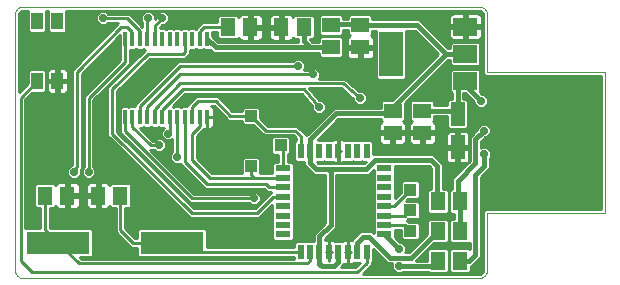
<source format=gbl>
G75*
G70*
%OFA0B0*%
%FSLAX24Y24*%
%IPPOS*%
%LPD*%
%AMOC8*
5,1,8,0,0,1.08239X$1,22.5*
%
%ADD10C,0.0000*%
%ADD11R,0.0220X0.0500*%
%ADD12R,0.0500X0.0220*%
%ADD13R,0.2100X0.0760*%
%ADD14R,0.0512X0.0591*%
%ADD15R,0.0591X0.0512*%
%ADD16R,0.0394X0.0571*%
%ADD17R,0.0120X0.0490*%
%ADD18R,0.0472X0.0787*%
%ADD19R,0.0787X0.0591*%
%ADD20R,0.0787X0.1496*%
%ADD21R,0.0394X0.0394*%
%ADD22C,0.0100*%
%ADD23OC8,0.0240*%
%ADD24C,0.0160*%
D10*
X000625Y000347D02*
X015816Y000347D01*
X015847Y000349D01*
X015878Y000354D01*
X015908Y000363D01*
X015937Y000375D01*
X015964Y000390D01*
X015989Y000408D01*
X016013Y000428D01*
X016033Y000452D01*
X016051Y000477D01*
X016066Y000504D01*
X016078Y000533D01*
X016087Y000563D01*
X016092Y000594D01*
X016094Y000625D01*
X016095Y000625D02*
X016095Y002512D01*
X020032Y002512D01*
X020032Y007237D01*
X016095Y007237D01*
X016095Y009124D01*
X016094Y009124D02*
X016092Y009155D01*
X016087Y009186D01*
X016078Y009216D01*
X016066Y009245D01*
X016051Y009272D01*
X016033Y009297D01*
X016013Y009321D01*
X015989Y009341D01*
X015964Y009359D01*
X015937Y009374D01*
X015908Y009386D01*
X015878Y009395D01*
X015847Y009400D01*
X015816Y009402D01*
X000625Y009402D01*
X000594Y009400D01*
X000563Y009395D01*
X000533Y009386D01*
X000504Y009374D01*
X000477Y009359D01*
X000452Y009341D01*
X000428Y009321D01*
X000408Y009297D01*
X000390Y009272D01*
X000375Y009245D01*
X000363Y009216D01*
X000354Y009186D01*
X000349Y009155D01*
X000347Y009124D01*
X000347Y000625D01*
X000349Y000594D01*
X000354Y000563D01*
X000363Y000533D01*
X000375Y000504D01*
X000390Y000477D01*
X000408Y000452D01*
X000428Y000428D01*
X000452Y000408D01*
X000477Y000390D01*
X000504Y000375D01*
X000533Y000363D01*
X000563Y000354D01*
X000594Y000349D01*
X000625Y000347D01*
D11*
X009874Y001216D03*
X010189Y001216D03*
X010504Y001216D03*
X010819Y001216D03*
X011134Y001216D03*
X011449Y001216D03*
X011764Y001216D03*
X012079Y001216D03*
X012079Y004596D03*
X011764Y004596D03*
X011449Y004596D03*
X011134Y004596D03*
X010819Y004596D03*
X010504Y004596D03*
X010189Y004596D03*
X009874Y004596D03*
D12*
X009287Y004008D03*
X009287Y003693D03*
X009287Y003378D03*
X009287Y003063D03*
X009287Y002748D03*
X009287Y002433D03*
X009287Y002119D03*
X009287Y001804D03*
X012667Y001804D03*
X012667Y002119D03*
X012667Y002433D03*
X012667Y002748D03*
X012667Y003063D03*
X012667Y003378D03*
X012667Y003693D03*
X012667Y004008D03*
D13*
X005593Y001528D03*
X001793Y001528D03*
D14*
X002099Y003103D03*
X001351Y003103D03*
X003122Y003103D03*
X003870Y003103D03*
X014441Y002906D03*
X015189Y002906D03*
X015189Y001922D03*
X014441Y001922D03*
X014441Y000937D03*
X015189Y000937D03*
X009973Y008713D03*
X009225Y008713D03*
X008201Y008713D03*
X007453Y008713D03*
D15*
X010878Y008792D03*
X011863Y008792D03*
X011863Y008044D03*
X010878Y008044D03*
X012945Y005937D03*
X013930Y005937D03*
X013930Y005189D03*
X012945Y005189D03*
D16*
X001764Y006922D03*
X001095Y006922D03*
X001095Y008930D03*
X001764Y008930D03*
D17*
X004012Y008320D03*
X004262Y008320D03*
X004512Y008320D03*
X004762Y008320D03*
X005012Y008320D03*
X005262Y008320D03*
X005512Y008320D03*
X005762Y008320D03*
X006012Y008320D03*
X006262Y008320D03*
X006512Y008320D03*
X006762Y008320D03*
X006762Y005720D03*
X006512Y005720D03*
X006262Y005720D03*
X006012Y005720D03*
X005762Y005720D03*
X005512Y005720D03*
X005262Y005720D03*
X005012Y005720D03*
X004762Y005720D03*
X004512Y005720D03*
X004262Y005720D03*
X004012Y005720D03*
D18*
X015111Y005819D03*
X015111Y004717D03*
D19*
X015367Y006922D03*
X015367Y007827D03*
X015367Y008733D03*
D20*
X012886Y007827D03*
D21*
X008221Y005760D03*
X009205Y004776D03*
X008221Y004087D03*
X013536Y003300D03*
X013536Y002611D03*
X013536Y001922D03*
D22*
X013339Y002119D01*
X012667Y002119D01*
X013027Y001959D02*
X013229Y001959D01*
X013229Y001679D01*
X013293Y001615D01*
X013778Y001615D01*
X013843Y001679D01*
X013843Y002164D01*
X013778Y002229D01*
X013455Y002229D01*
X013410Y002273D01*
X013425Y002273D01*
X013455Y002304D01*
X013778Y002304D01*
X013843Y002368D01*
X013843Y002853D01*
X013778Y002917D01*
X013380Y002917D01*
X013455Y002993D01*
X013778Y002993D01*
X013843Y003057D01*
X013843Y003542D01*
X013778Y003606D01*
X013293Y003606D01*
X013229Y003542D01*
X013229Y003219D01*
X013027Y003017D01*
X013027Y003219D01*
X013025Y003221D01*
X013027Y003223D01*
X013027Y003534D01*
X013025Y003536D01*
X013027Y003538D01*
X013027Y003849D01*
X013025Y003851D01*
X013027Y003853D01*
X013027Y004094D01*
X014146Y004094D01*
X014232Y004008D01*
X014232Y003311D01*
X014140Y003311D01*
X014075Y003247D01*
X014075Y002565D01*
X014140Y002501D01*
X014743Y002501D01*
X014807Y002565D01*
X014807Y003247D01*
X014743Y003311D01*
X014612Y003311D01*
X014612Y004166D01*
X014415Y004363D01*
X014304Y004474D01*
X012299Y004474D01*
X012299Y004891D01*
X012235Y004956D01*
X011924Y004956D01*
X011922Y004954D01*
X011920Y004956D01*
X011609Y004956D01*
X011607Y004954D01*
X011605Y004956D01*
X011346Y004956D01*
X011336Y004966D01*
X011302Y004986D01*
X011264Y004996D01*
X011139Y004996D01*
X011139Y004601D01*
X011129Y004601D01*
X011129Y004591D01*
X011039Y004591D01*
X011039Y004601D01*
X011129Y004601D01*
X011129Y004996D01*
X011005Y004996D01*
X010966Y004986D01*
X010932Y004966D01*
X010922Y004956D01*
X010664Y004956D01*
X010662Y004954D01*
X010660Y004956D01*
X010441Y004956D01*
X011134Y005649D01*
X012540Y005649D01*
X012540Y005636D01*
X012591Y005585D01*
X012558Y005565D01*
X012530Y005537D01*
X012510Y005503D01*
X012500Y005465D01*
X012500Y005239D01*
X012895Y005239D01*
X012895Y005139D01*
X012995Y005139D01*
X012995Y004783D01*
X013260Y004783D01*
X013298Y004794D01*
X013333Y004813D01*
X013361Y004841D01*
X013380Y004876D01*
X013391Y004914D01*
X013391Y005139D01*
X012995Y005139D01*
X012995Y005239D01*
X013391Y005239D01*
X013391Y005465D01*
X013380Y005503D01*
X013361Y005537D01*
X013333Y005565D01*
X013299Y005585D01*
X013351Y005636D01*
X013351Y006192D01*
X014796Y007637D01*
X014863Y007637D01*
X014863Y007486D01*
X014927Y007422D01*
X015806Y007422D01*
X015870Y007486D01*
X015870Y008168D01*
X015806Y008232D01*
X014927Y008232D01*
X014863Y008168D01*
X014863Y008017D01*
X014796Y008017D01*
X013942Y008870D01*
X013831Y008982D01*
X012268Y008982D01*
X012268Y009093D01*
X012203Y009158D01*
X011522Y009158D01*
X011457Y009093D01*
X011457Y009001D01*
X011284Y009001D01*
X011284Y009093D01*
X011219Y009158D01*
X010538Y009158D01*
X010473Y009093D01*
X010473Y008490D01*
X010538Y008426D01*
X010793Y008426D01*
X010756Y008410D01*
X010538Y008410D01*
X010473Y008345D01*
X010473Y008234D01*
X010268Y008234D01*
X010194Y008308D01*
X010274Y008308D01*
X010339Y008372D01*
X010339Y009054D01*
X010274Y009118D01*
X009671Y009118D01*
X009620Y009067D01*
X009601Y009100D01*
X009573Y009128D01*
X009539Y009148D01*
X009500Y009158D01*
X009275Y009158D01*
X009275Y008763D01*
X009175Y008763D01*
X009175Y009158D01*
X008949Y009158D01*
X008911Y009148D01*
X008877Y009128D01*
X008849Y009100D01*
X008829Y009066D01*
X008819Y009028D01*
X008819Y008763D01*
X009175Y008763D01*
X009175Y008663D01*
X009275Y008663D01*
X009275Y008268D01*
X009500Y008268D01*
X009539Y008278D01*
X009573Y008298D01*
X009601Y008326D01*
X009620Y008359D01*
X009671Y008308D01*
X009783Y008308D01*
X009783Y008234D01*
X007117Y008234D01*
X006932Y008418D01*
X006932Y008553D01*
X007087Y008553D01*
X007087Y008372D01*
X007152Y008308D01*
X007755Y008308D01*
X007806Y008359D01*
X007825Y008326D01*
X007853Y008298D01*
X007887Y008278D01*
X007926Y008268D01*
X008151Y008268D01*
X008151Y008663D01*
X008251Y008663D01*
X008251Y008268D01*
X008477Y008268D01*
X008515Y008278D01*
X008549Y008298D01*
X008577Y008326D01*
X008597Y008360D01*
X008607Y008398D01*
X008607Y008663D01*
X008251Y008663D01*
X008251Y008763D01*
X008151Y008763D01*
X008151Y009158D01*
X007926Y009158D01*
X007887Y009148D01*
X007853Y009128D01*
X007825Y009100D01*
X007806Y009067D01*
X007755Y009118D01*
X007152Y009118D01*
X007087Y009054D01*
X007087Y008873D01*
X006580Y008873D01*
X006486Y008779D01*
X006374Y008668D01*
X006367Y008675D01*
X006156Y008675D01*
X006137Y008655D01*
X006117Y008675D01*
X005906Y008675D01*
X005887Y008655D01*
X005867Y008675D01*
X005656Y008675D01*
X005637Y008655D01*
X005617Y008675D01*
X005406Y008675D01*
X005387Y008655D01*
X005367Y008675D01*
X005172Y008675D01*
X005172Y008686D01*
X005264Y008778D01*
X005363Y008778D01*
X005498Y008913D01*
X005498Y009104D01*
X005363Y009238D01*
X005173Y009238D01*
X005038Y009104D01*
X005038Y009005D01*
X005006Y008972D01*
X005006Y009104D01*
X004871Y009238D01*
X004681Y009238D01*
X004546Y009104D01*
X004546Y008913D01*
X004602Y008857D01*
X004602Y008720D01*
X004247Y009075D01*
X004153Y009168D01*
X003465Y009168D01*
X003395Y009238D01*
X003204Y009238D01*
X003070Y009104D01*
X003070Y008913D01*
X003204Y008778D01*
X003395Y008778D01*
X003465Y008848D01*
X003799Y008848D01*
X002348Y007397D01*
X002254Y007303D01*
X002254Y004125D01*
X002251Y004120D01*
X002220Y004120D01*
X002085Y003985D01*
X002085Y003795D01*
X002220Y003660D01*
X002411Y003660D01*
X002545Y003795D01*
X002545Y003985D01*
X002543Y003988D01*
X002545Y003992D01*
X002574Y004021D01*
X002574Y004049D01*
X002587Y004075D01*
X002574Y004113D01*
X002574Y007170D01*
X003842Y008438D01*
X003842Y008029D01*
X003852Y008019D01*
X003852Y007621D01*
X002741Y006511D01*
X002647Y006417D01*
X002647Y004055D01*
X002577Y003985D01*
X002577Y003795D01*
X002712Y003660D01*
X002903Y003660D01*
X003037Y003795D01*
X003037Y003985D01*
X002967Y004055D01*
X002967Y006285D01*
X004078Y007395D01*
X004172Y007489D01*
X004172Y007965D01*
X004367Y007965D01*
X004387Y007984D01*
X004406Y007965D01*
X004617Y007965D01*
X004637Y007984D01*
X004656Y007965D01*
X004687Y007965D01*
X004616Y007893D01*
X003435Y006712D01*
X003435Y005103D01*
X003529Y005010D01*
X006092Y002446D01*
X006186Y002352D01*
X008484Y002352D01*
X008927Y002795D01*
X008927Y002593D01*
X008929Y002591D01*
X008927Y002589D01*
X008927Y002278D01*
X008929Y002276D01*
X008927Y002274D01*
X008927Y001963D01*
X008929Y001961D01*
X008927Y001959D01*
X008927Y001648D01*
X008991Y001584D01*
X009582Y001584D01*
X009647Y001648D01*
X009647Y001959D01*
X009645Y001961D01*
X009647Y001963D01*
X009647Y002274D01*
X009645Y002276D01*
X009647Y002278D01*
X009647Y002589D01*
X009645Y002591D01*
X009647Y002593D01*
X009647Y002904D01*
X009645Y002906D01*
X009647Y002908D01*
X010688Y002908D01*
X010688Y003006D02*
X009647Y003006D01*
X009647Y002908D02*
X009647Y003219D01*
X009645Y003221D01*
X009647Y003223D01*
X009647Y003534D01*
X009645Y003536D01*
X009647Y003538D01*
X009647Y003849D01*
X009645Y003851D01*
X009647Y003853D01*
X009647Y004164D01*
X009582Y004228D01*
X009447Y004228D01*
X009447Y004469D01*
X009448Y004469D01*
X009512Y004534D01*
X009512Y005018D01*
X009448Y005083D01*
X008963Y005083D01*
X008898Y005018D01*
X008898Y004534D01*
X008963Y004469D01*
X009127Y004469D01*
X009127Y004228D01*
X008991Y004228D01*
X008927Y004164D01*
X008927Y003853D01*
X008528Y003853D01*
X008528Y004329D01*
X008463Y004394D01*
X007978Y004394D01*
X007914Y004329D01*
X007914Y003853D01*
X006909Y003853D01*
X006412Y004350D01*
X006412Y005103D01*
X006644Y005335D01*
X006682Y005325D01*
X006762Y005325D01*
X006842Y005325D01*
X006880Y005335D01*
X006914Y005355D01*
X006942Y005383D01*
X006962Y005417D01*
X006972Y005455D01*
X006972Y005720D01*
X006972Y005985D01*
X006962Y006023D01*
X006942Y006057D01*
X006914Y006085D01*
X006901Y006092D01*
X006973Y006092D01*
X007372Y005694D01*
X007466Y005600D01*
X007914Y005600D01*
X007914Y005518D01*
X007978Y005453D01*
X008301Y005453D01*
X008647Y005108D01*
X009631Y005108D01*
X009734Y005005D01*
X009734Y004956D01*
X009719Y004956D01*
X009654Y004891D01*
X009654Y004300D01*
X009719Y004236D01*
X009999Y004236D01*
X009999Y004107D01*
X010196Y003910D01*
X010308Y003799D01*
X010688Y003799D01*
X010688Y002197D01*
X010426Y001934D01*
X010426Y001934D01*
X010314Y001823D01*
X010314Y001576D01*
X010034Y001576D01*
X010032Y001574D01*
X010030Y001576D01*
X009719Y001576D01*
X009654Y001511D01*
X009654Y001376D01*
X006753Y001376D01*
X006753Y001954D01*
X006689Y002018D01*
X004498Y002018D01*
X004433Y001954D01*
X004433Y001688D01*
X004350Y001688D01*
X004030Y002008D01*
X004030Y002697D01*
X004172Y002697D01*
X004236Y002762D01*
X004236Y003444D01*
X004172Y003508D01*
X003569Y003508D01*
X003518Y003457D01*
X003498Y003490D01*
X003470Y003518D01*
X003436Y003538D01*
X003398Y003548D01*
X003172Y003548D01*
X003172Y003153D01*
X003072Y003153D01*
X003072Y003053D01*
X002717Y003053D01*
X002717Y002788D01*
X002727Y002750D01*
X002747Y002715D01*
X002774Y002687D01*
X002809Y002668D01*
X002847Y002657D01*
X003072Y002657D01*
X003072Y003053D01*
X003172Y003053D01*
X003172Y002657D01*
X003398Y002657D01*
X003436Y002668D01*
X003470Y002687D01*
X003498Y002715D01*
X003518Y002749D01*
X003569Y002697D01*
X003710Y002697D01*
X003710Y001875D01*
X004124Y001462D01*
X004218Y001368D01*
X004433Y001368D01*
X004433Y001102D01*
X004498Y001038D01*
X006689Y001038D01*
X006707Y001056D01*
X009654Y001056D01*
X009654Y000999D01*
X002549Y000999D01*
X002510Y001038D01*
X002889Y001038D01*
X002953Y001102D01*
X002953Y001954D01*
X002889Y002018D01*
X001530Y002018D01*
X001511Y002037D01*
X001511Y002697D01*
X001652Y002697D01*
X001704Y002749D01*
X001723Y002715D01*
X001751Y002687D01*
X001785Y002668D01*
X001823Y002657D01*
X002049Y002657D01*
X002049Y003053D01*
X002149Y003053D01*
X002149Y003153D01*
X002049Y003153D01*
X002049Y003548D01*
X001823Y003548D01*
X001785Y003538D01*
X001751Y003518D01*
X001723Y003490D01*
X001704Y003457D01*
X001652Y003508D01*
X001049Y003508D01*
X000985Y003444D01*
X000985Y002762D01*
X001049Y002697D01*
X001191Y002697D01*
X001191Y002018D01*
X000704Y002018D01*
X000704Y006304D01*
X000926Y006526D01*
X001337Y006526D01*
X001402Y006591D01*
X001402Y007253D01*
X001337Y007317D01*
X000852Y007317D01*
X000788Y007253D01*
X000788Y006841D01*
X000497Y006550D01*
X000497Y009124D01*
X000501Y009157D01*
X000534Y009214D01*
X000592Y009248D01*
X000625Y009252D01*
X000788Y009252D01*
X000788Y008599D01*
X000852Y008534D01*
X001337Y008534D01*
X001402Y008599D01*
X001402Y009252D01*
X001457Y009252D01*
X001457Y008599D01*
X001522Y008534D01*
X002007Y008534D01*
X002071Y008599D01*
X002071Y009252D01*
X015816Y009252D01*
X015850Y009248D01*
X015907Y009214D01*
X015941Y009157D01*
X015945Y009124D01*
X015945Y007174D01*
X016033Y007087D01*
X019882Y007087D01*
X019882Y002662D01*
X016033Y002662D01*
X015945Y002574D01*
X015945Y000625D01*
X015941Y000592D01*
X015907Y000534D01*
X015850Y000501D01*
X015816Y000497D01*
X011944Y000497D01*
X012145Y000699D01*
X012239Y000792D01*
X012239Y000860D01*
X012299Y000920D01*
X012299Y001315D01*
X012768Y000846D01*
X012922Y000846D01*
X012912Y000836D01*
X012912Y000645D01*
X013047Y000511D01*
X013237Y000511D01*
X013277Y000551D01*
X014121Y000551D01*
X014140Y000532D01*
X014743Y000532D01*
X014807Y000597D01*
X014807Y001278D01*
X014743Y001343D01*
X014140Y001343D01*
X014075Y001278D01*
X014075Y000931D01*
X013719Y000931D01*
X013746Y000957D01*
X013746Y000957D01*
X014305Y001516D01*
X014743Y001516D01*
X014807Y001581D01*
X014807Y002262D01*
X014743Y002327D01*
X014140Y002327D01*
X014075Y002262D01*
X014075Y001824D01*
X013843Y001824D01*
X013843Y001726D02*
X013977Y001726D01*
X014075Y001824D02*
X013477Y001226D01*
X013362Y001226D01*
X013372Y001236D01*
X013372Y001426D01*
X013237Y001561D01*
X013181Y001561D01*
X013027Y001715D01*
X013027Y001959D01*
X013027Y001923D02*
X013229Y001923D01*
X013229Y001824D02*
X013027Y001824D01*
X013027Y001726D02*
X013229Y001726D01*
X013281Y001627D02*
X013115Y001627D01*
X013270Y001529D02*
X013780Y001529D01*
X013791Y001627D02*
X013878Y001627D01*
X013681Y001430D02*
X013368Y001430D01*
X013372Y001332D02*
X013583Y001332D01*
X013484Y001233D02*
X013370Y001233D01*
X013825Y001036D02*
X014075Y001036D01*
X014075Y000938D02*
X013726Y000938D01*
X013923Y001135D02*
X014075Y001135D01*
X014075Y001233D02*
X014022Y001233D01*
X014120Y001332D02*
X014129Y001332D01*
X014219Y001430D02*
X015511Y001430D01*
X015491Y001516D02*
X015511Y001537D01*
X015511Y001322D01*
X015491Y001343D01*
X014888Y001343D01*
X014823Y001278D01*
X014823Y000597D01*
X014888Y000532D01*
X015491Y000532D01*
X015555Y000597D01*
X015555Y000747D01*
X015583Y000747D01*
X015694Y000859D01*
X015891Y001056D01*
X015891Y003713D01*
X016186Y004008D01*
X016186Y004345D01*
X016226Y004385D01*
X019882Y004385D01*
X019882Y004287D02*
X016186Y004287D01*
X016186Y004188D02*
X019882Y004188D01*
X019882Y004090D02*
X016186Y004090D01*
X016170Y003991D02*
X019882Y003991D01*
X019882Y003893D02*
X016071Y003893D01*
X015973Y003794D02*
X019882Y003794D01*
X019882Y003696D02*
X015891Y003696D01*
X015891Y003597D02*
X019882Y003597D01*
X019882Y003499D02*
X015891Y003499D01*
X015891Y003400D02*
X019882Y003400D01*
X019882Y003302D02*
X015891Y003302D01*
X015891Y003203D02*
X019882Y003203D01*
X019882Y003105D02*
X015891Y003105D01*
X015891Y003006D02*
X019882Y003006D01*
X019882Y002908D02*
X015891Y002908D01*
X015891Y002809D02*
X019882Y002809D01*
X019882Y002711D02*
X015891Y002711D01*
X015891Y002612D02*
X015983Y002612D01*
X015945Y002514D02*
X015891Y002514D01*
X015891Y002415D02*
X015945Y002415D01*
X015945Y002317D02*
X015891Y002317D01*
X015891Y002218D02*
X015945Y002218D01*
X015945Y002120D02*
X015891Y002120D01*
X015891Y002021D02*
X015945Y002021D01*
X015945Y001923D02*
X015891Y001923D01*
X015891Y001824D02*
X015945Y001824D01*
X015945Y001726D02*
X015891Y001726D01*
X015891Y001627D02*
X015945Y001627D01*
X015945Y001529D02*
X015891Y001529D01*
X015891Y001430D02*
X015945Y001430D01*
X015945Y001332D02*
X015891Y001332D01*
X015891Y001233D02*
X015945Y001233D01*
X015945Y001135D02*
X015891Y001135D01*
X015872Y001036D02*
X015945Y001036D01*
X015945Y000938D02*
X015773Y000938D01*
X015675Y000839D02*
X015945Y000839D01*
X015945Y000741D02*
X015555Y000741D01*
X015555Y000642D02*
X015945Y000642D01*
X015913Y000544D02*
X015503Y000544D01*
X014876Y000544D02*
X014755Y000544D01*
X014807Y000642D02*
X014823Y000642D01*
X014823Y000741D02*
X014807Y000741D01*
X014807Y000839D02*
X014823Y000839D01*
X014823Y000938D02*
X014807Y000938D01*
X014807Y001036D02*
X014823Y001036D01*
X014823Y001135D02*
X014807Y001135D01*
X014807Y001233D02*
X014823Y001233D01*
X014877Y001332D02*
X014754Y001332D01*
X014755Y001529D02*
X014875Y001529D01*
X014888Y001516D02*
X014823Y001581D01*
X014823Y002262D01*
X014888Y002327D01*
X014999Y002327D01*
X014999Y002501D01*
X014888Y002501D01*
X014823Y002565D01*
X014823Y003247D01*
X014888Y003311D01*
X014921Y003311D01*
X014921Y003674D01*
X015032Y003785D01*
X015511Y004264D01*
X015511Y005052D01*
X015622Y005163D01*
X015766Y005307D01*
X015766Y005363D01*
X015901Y005498D01*
X016092Y005498D01*
X016226Y005363D01*
X016226Y005173D01*
X016092Y005038D01*
X016035Y005038D01*
X015891Y004894D01*
X015891Y004701D01*
X015901Y004711D01*
X016092Y004711D01*
X016226Y004576D01*
X016226Y004385D01*
X016226Y004484D02*
X019882Y004484D01*
X019882Y004582D02*
X016220Y004582D01*
X016122Y004681D02*
X019882Y004681D01*
X019882Y004779D02*
X015891Y004779D01*
X015891Y004878D02*
X019882Y004878D01*
X019882Y004976D02*
X015973Y004976D01*
X016128Y005075D02*
X019882Y005075D01*
X019882Y005173D02*
X016226Y005173D01*
X016226Y005272D02*
X019882Y005272D01*
X019882Y005370D02*
X016219Y005370D01*
X016121Y005469D02*
X019882Y005469D01*
X019882Y005567D02*
X015457Y005567D01*
X015457Y005469D02*
X015872Y005469D01*
X015773Y005370D02*
X015447Y005370D01*
X015457Y005380D02*
X015457Y006259D01*
X015392Y006323D01*
X015301Y006323D01*
X015301Y006516D01*
X015365Y006516D01*
X015668Y006214D01*
X015668Y006157D01*
X015803Y006022D01*
X015993Y006022D01*
X016128Y006157D01*
X016128Y006348D01*
X015993Y006482D01*
X015937Y006482D01*
X015854Y006565D01*
X015870Y006581D01*
X015870Y007262D01*
X015806Y007327D01*
X014927Y007327D01*
X014863Y007262D01*
X014863Y006581D01*
X014921Y006523D01*
X014921Y006323D01*
X014829Y006323D01*
X014764Y006259D01*
X014764Y006127D01*
X014335Y006127D01*
X014335Y006239D01*
X014270Y006303D01*
X013589Y006303D01*
X013524Y006239D01*
X013524Y005636D01*
X013576Y005585D01*
X013542Y005565D01*
X013514Y005537D01*
X013494Y005503D01*
X013484Y005465D01*
X013484Y005239D01*
X013880Y005239D01*
X013880Y005139D01*
X013980Y005139D01*
X013980Y005239D01*
X014375Y005239D01*
X014375Y005465D01*
X014365Y005503D01*
X014345Y005537D01*
X014317Y005565D01*
X014283Y005585D01*
X014335Y005636D01*
X014335Y005747D01*
X014764Y005747D01*
X014764Y005380D01*
X014829Y005316D01*
X015392Y005316D01*
X015457Y005380D01*
X015405Y005250D02*
X015367Y005261D01*
X015161Y005261D01*
X015161Y004767D01*
X015497Y004767D01*
X015497Y005130D01*
X015487Y005169D01*
X015467Y005203D01*
X015439Y005231D01*
X015405Y005250D01*
X015484Y005173D02*
X015633Y005173D01*
X015535Y005075D02*
X015497Y005075D01*
X015497Y004976D02*
X015511Y004976D01*
X015497Y004878D02*
X015511Y004878D01*
X015497Y004779D02*
X015511Y004779D01*
X015511Y004681D02*
X015161Y004681D01*
X015161Y004667D02*
X015161Y004767D01*
X015061Y004767D01*
X015061Y005261D01*
X014855Y005261D01*
X014817Y005250D01*
X014782Y005231D01*
X014754Y005203D01*
X014735Y005169D01*
X014724Y005130D01*
X014724Y004767D01*
X015061Y004767D01*
X015061Y004667D01*
X015161Y004667D01*
X015497Y004667D01*
X015497Y004303D01*
X015487Y004265D01*
X015467Y004231D01*
X015439Y004203D01*
X015405Y004183D01*
X015367Y004173D01*
X015161Y004173D01*
X015161Y004667D01*
X015161Y004582D02*
X015061Y004582D01*
X015061Y004667D02*
X015061Y004173D01*
X014855Y004173D01*
X014817Y004183D01*
X014782Y004203D01*
X014754Y004231D01*
X014735Y004265D01*
X014724Y004303D01*
X014724Y004667D01*
X015061Y004667D01*
X015061Y004681D02*
X012299Y004681D01*
X012299Y004779D02*
X014724Y004779D01*
X014724Y004878D02*
X014365Y004878D01*
X014365Y004876D02*
X014375Y004914D01*
X014375Y005139D01*
X013980Y005139D01*
X013980Y004783D01*
X014245Y004783D01*
X014283Y004794D01*
X014317Y004813D01*
X014345Y004841D01*
X014365Y004876D01*
X014375Y004976D02*
X014724Y004976D01*
X014724Y005075D02*
X014375Y005075D01*
X014375Y005272D02*
X015732Y005272D01*
X015161Y005173D02*
X015061Y005173D01*
X015061Y005075D02*
X015161Y005075D01*
X015161Y004976D02*
X015061Y004976D01*
X015061Y004878D02*
X015161Y004878D01*
X015161Y004779D02*
X015061Y004779D01*
X014724Y004582D02*
X012299Y004582D01*
X012299Y004484D02*
X014724Y004484D01*
X014724Y004385D02*
X014392Y004385D01*
X014490Y004287D02*
X014729Y004287D01*
X014808Y004188D02*
X014589Y004188D01*
X014612Y004090D02*
X015337Y004090D01*
X015413Y004188D02*
X015435Y004188D01*
X015492Y004287D02*
X015511Y004287D01*
X015497Y004385D02*
X015511Y004385D01*
X015497Y004484D02*
X015511Y004484D01*
X015497Y004582D02*
X015511Y004582D01*
X015161Y004484D02*
X015061Y004484D01*
X015061Y004385D02*
X015161Y004385D01*
X015161Y004287D02*
X015061Y004287D01*
X015061Y004188D02*
X015161Y004188D01*
X015238Y003991D02*
X014612Y003991D01*
X014612Y003893D02*
X015140Y003893D01*
X015041Y003794D02*
X014612Y003794D01*
X014612Y003696D02*
X014943Y003696D01*
X014921Y003597D02*
X014612Y003597D01*
X014612Y003499D02*
X014921Y003499D01*
X014921Y003400D02*
X014612Y003400D01*
X014752Y003302D02*
X014879Y003302D01*
X014823Y003203D02*
X014807Y003203D01*
X014807Y003105D02*
X014823Y003105D01*
X014823Y003006D02*
X014807Y003006D01*
X014807Y002908D02*
X014823Y002908D01*
X014823Y002809D02*
X014807Y002809D01*
X014807Y002711D02*
X014823Y002711D01*
X014823Y002612D02*
X014807Y002612D01*
X014756Y002514D02*
X014875Y002514D01*
X014999Y002415D02*
X013843Y002415D01*
X013843Y002514D02*
X014127Y002514D01*
X014075Y002612D02*
X013843Y002612D01*
X013843Y002711D02*
X014075Y002711D01*
X014075Y002809D02*
X013843Y002809D01*
X013788Y002908D02*
X014075Y002908D01*
X014075Y003006D02*
X013792Y003006D01*
X013843Y003105D02*
X014075Y003105D01*
X014075Y003203D02*
X013843Y003203D01*
X013843Y003302D02*
X014131Y003302D01*
X014232Y003400D02*
X013843Y003400D01*
X013843Y003499D02*
X014232Y003499D01*
X014232Y003597D02*
X013787Y003597D01*
X014232Y003696D02*
X013027Y003696D01*
X013027Y003794D02*
X014232Y003794D01*
X014232Y003893D02*
X013027Y003893D01*
X013027Y003991D02*
X014232Y003991D01*
X014150Y004090D02*
X013027Y004090D01*
X012307Y003967D02*
X012307Y003853D01*
X012309Y003851D01*
X012307Y003849D01*
X012307Y003538D01*
X012309Y003536D01*
X012307Y003534D01*
X012307Y003223D01*
X012309Y003221D01*
X012307Y003219D01*
X012307Y002908D01*
X011068Y002908D01*
X011068Y003006D02*
X012307Y003006D01*
X012307Y002908D02*
X012309Y002906D01*
X012307Y002904D01*
X012307Y002593D01*
X012309Y002591D01*
X012307Y002589D01*
X012307Y002278D01*
X012309Y002276D01*
X012307Y002274D01*
X012307Y001963D01*
X012309Y001961D01*
X012307Y001959D01*
X012307Y001845D01*
X012237Y001915D01*
X011882Y001915D01*
X011771Y001804D01*
X011771Y001804D01*
X011582Y001615D01*
X011579Y001616D01*
X011454Y001616D01*
X011454Y001221D01*
X011444Y001221D01*
X011354Y001221D01*
X011354Y001211D01*
X011444Y001211D01*
X011444Y001221D01*
X011444Y001616D01*
X011319Y001616D01*
X011281Y001606D01*
X011247Y001586D01*
X011237Y001576D01*
X011031Y001576D01*
X011021Y001586D01*
X010987Y001606D01*
X010949Y001616D01*
X010824Y001616D01*
X010824Y001221D01*
X010814Y001221D01*
X010724Y001221D01*
X010724Y001211D01*
X010814Y001211D01*
X010814Y001221D01*
X010814Y001616D01*
X010694Y001616D01*
X010694Y001666D01*
X010957Y001929D01*
X010957Y001929D01*
X011068Y002040D01*
X011068Y003799D01*
X012138Y003799D01*
X012307Y003967D01*
X012307Y003893D02*
X012232Y003893D01*
X012307Y003794D02*
X011068Y003794D01*
X011068Y003696D02*
X012307Y003696D01*
X012307Y003597D02*
X011068Y003597D01*
X011068Y003499D02*
X012307Y003499D01*
X012307Y003400D02*
X011068Y003400D01*
X011068Y003302D02*
X012307Y003302D01*
X012307Y003203D02*
X011068Y003203D01*
X011068Y003105D02*
X012307Y003105D01*
X012307Y002809D02*
X011068Y002809D01*
X011068Y002711D02*
X012307Y002711D01*
X012307Y002612D02*
X011068Y002612D01*
X011068Y002514D02*
X012307Y002514D01*
X012307Y002415D02*
X011068Y002415D01*
X011068Y002317D02*
X012307Y002317D01*
X012307Y002218D02*
X011068Y002218D01*
X011068Y002120D02*
X012307Y002120D01*
X012307Y002021D02*
X011050Y002021D01*
X010951Y001923D02*
X012307Y001923D01*
X011792Y001824D02*
X010853Y001824D01*
X010754Y001726D02*
X011693Y001726D01*
X011595Y001627D02*
X010694Y001627D01*
X010814Y001529D02*
X010824Y001529D01*
X010814Y001430D02*
X010824Y001430D01*
X010814Y001332D02*
X010824Y001332D01*
X010814Y001233D02*
X010824Y001233D01*
X010824Y001221D02*
X010914Y001221D01*
X010914Y001211D01*
X010824Y001211D01*
X010824Y000931D01*
X010814Y000931D01*
X010814Y001211D01*
X010824Y001211D01*
X010824Y001221D01*
X010814Y001135D02*
X010824Y001135D01*
X010814Y001036D02*
X010824Y001036D01*
X010814Y000938D02*
X010824Y000938D01*
X011209Y000704D02*
X011698Y000704D01*
X011850Y000856D01*
X011661Y000856D01*
X011651Y000846D01*
X011617Y000826D01*
X011579Y000816D01*
X011454Y000816D01*
X011454Y001211D01*
X011444Y001211D01*
X011444Y000816D01*
X011321Y000816D01*
X011209Y000704D01*
X011246Y000741D02*
X011735Y000741D01*
X011640Y000839D02*
X011834Y000839D01*
X012079Y000859D02*
X012079Y001216D01*
X012299Y001233D02*
X012381Y001233D01*
X012299Y001135D02*
X012479Y001135D01*
X012578Y001036D02*
X012299Y001036D01*
X012299Y000938D02*
X012676Y000938D01*
X012916Y000839D02*
X012239Y000839D01*
X012188Y000741D02*
X012912Y000741D01*
X012915Y000642D02*
X012089Y000642D01*
X011991Y000544D02*
X013014Y000544D01*
X013271Y000544D02*
X014128Y000544D01*
X015502Y001332D02*
X015511Y001332D01*
X015491Y001516D02*
X014888Y001516D01*
X014823Y001627D02*
X014807Y001627D01*
X014807Y001726D02*
X014823Y001726D01*
X014823Y001824D02*
X014807Y001824D01*
X014807Y001923D02*
X014823Y001923D01*
X014823Y002021D02*
X014807Y002021D01*
X014807Y002120D02*
X014823Y002120D01*
X014823Y002218D02*
X014807Y002218D01*
X014753Y002317D02*
X014878Y002317D01*
X014130Y002317D02*
X013791Y002317D01*
X013788Y002218D02*
X014075Y002218D01*
X014075Y002120D02*
X013843Y002120D01*
X013843Y002021D02*
X014075Y002021D01*
X014075Y001923D02*
X013843Y001923D01*
X013359Y002433D02*
X012667Y002433D01*
X013359Y002433D02*
X013536Y002611D01*
X012985Y002748D02*
X013536Y003300D01*
X013229Y003302D02*
X013027Y003302D01*
X013027Y003400D02*
X013229Y003400D01*
X013229Y003499D02*
X013027Y003499D01*
X013027Y003597D02*
X013284Y003597D01*
X013213Y003203D02*
X013027Y003203D01*
X013027Y003105D02*
X013115Y003105D01*
X012985Y002748D02*
X012667Y002748D01*
X010688Y002711D02*
X009647Y002711D01*
X009647Y002809D02*
X010688Y002809D01*
X010688Y002612D02*
X009647Y002612D01*
X009647Y002514D02*
X010688Y002514D01*
X010688Y002415D02*
X009647Y002415D01*
X009647Y002317D02*
X010688Y002317D01*
X010688Y002218D02*
X009647Y002218D01*
X009647Y002120D02*
X010611Y002120D01*
X010512Y002021D02*
X009647Y002021D01*
X009647Y001923D02*
X010414Y001923D01*
X010315Y001824D02*
X009647Y001824D01*
X009647Y001726D02*
X010314Y001726D01*
X010314Y001627D02*
X009626Y001627D01*
X009672Y001529D02*
X006753Y001529D01*
X006753Y001627D02*
X008947Y001627D01*
X008927Y001726D02*
X006753Y001726D01*
X006753Y001824D02*
X008927Y001824D01*
X008927Y001923D02*
X006753Y001923D01*
X006753Y001430D02*
X009654Y001430D01*
X009874Y001216D02*
X005905Y001216D01*
X005593Y001528D01*
X004284Y001528D01*
X003870Y001941D01*
X003870Y003103D01*
X004236Y003105D02*
X005433Y003105D01*
X005335Y003203D02*
X004236Y003203D01*
X004236Y003302D02*
X005236Y003302D01*
X005138Y003400D02*
X004236Y003400D01*
X004181Y003499D02*
X005039Y003499D01*
X004941Y003597D02*
X000704Y003597D01*
X000704Y003499D02*
X001040Y003499D01*
X000985Y003400D02*
X000704Y003400D01*
X000704Y003302D02*
X000985Y003302D01*
X000985Y003203D02*
X000704Y003203D01*
X000704Y003105D02*
X000985Y003105D01*
X000985Y003006D02*
X000704Y003006D01*
X000704Y002908D02*
X000985Y002908D01*
X000985Y002809D02*
X000704Y002809D01*
X000704Y002711D02*
X001036Y002711D01*
X001191Y002612D02*
X000704Y002612D01*
X000704Y002514D02*
X001191Y002514D01*
X001191Y002415D02*
X000704Y002415D01*
X000704Y002317D02*
X001191Y002317D01*
X001191Y002218D02*
X000704Y002218D01*
X000704Y002120D02*
X001191Y002120D01*
X001191Y002021D02*
X000704Y002021D01*
X001351Y001970D02*
X001351Y003103D01*
X001666Y002711D02*
X001727Y002711D01*
X001511Y002612D02*
X003710Y002612D01*
X003710Y002514D02*
X001511Y002514D01*
X001511Y002415D02*
X003710Y002415D01*
X003710Y002317D02*
X001511Y002317D01*
X001511Y002218D02*
X003710Y002218D01*
X003710Y002120D02*
X001511Y002120D01*
X001526Y002021D02*
X003710Y002021D01*
X003710Y001923D02*
X002953Y001923D01*
X002953Y001824D02*
X003761Y001824D01*
X003860Y001726D02*
X002953Y001726D01*
X002953Y001627D02*
X003958Y001627D01*
X004057Y001529D02*
X002953Y001529D01*
X002953Y001430D02*
X004155Y001430D01*
X004433Y001332D02*
X002953Y001332D01*
X002953Y001233D02*
X004433Y001233D01*
X004433Y001135D02*
X002953Y001135D01*
X002511Y001036D02*
X009654Y001036D01*
X010091Y000839D02*
X010189Y000937D01*
X010189Y001216D01*
X010091Y000839D02*
X002482Y000839D01*
X001793Y001528D01*
X001351Y001970D01*
X002049Y002711D02*
X002149Y002711D01*
X002149Y002657D02*
X002374Y002657D01*
X002413Y002668D01*
X002447Y002687D01*
X002475Y002715D01*
X002495Y002750D01*
X002505Y002788D01*
X002505Y003053D01*
X002149Y003053D01*
X002149Y002657D01*
X002149Y002809D02*
X002049Y002809D01*
X002049Y002908D02*
X002149Y002908D01*
X002149Y003006D02*
X002049Y003006D01*
X002149Y003105D02*
X003072Y003105D01*
X003072Y003153D02*
X002717Y003153D01*
X002717Y003418D01*
X002727Y003456D01*
X002747Y003490D01*
X002774Y003518D01*
X002809Y003538D01*
X002847Y003548D01*
X003072Y003548D01*
X003072Y003153D01*
X003072Y003203D02*
X003172Y003203D01*
X003172Y003302D02*
X003072Y003302D01*
X003072Y003400D02*
X003172Y003400D01*
X003172Y003499D02*
X003072Y003499D01*
X002938Y003696D02*
X004842Y003696D01*
X004744Y003794D02*
X003037Y003794D01*
X003037Y003893D02*
X004645Y003893D01*
X004547Y003991D02*
X003032Y003991D01*
X002967Y004090D02*
X004448Y004090D01*
X004350Y004188D02*
X002967Y004188D01*
X002967Y004287D02*
X004251Y004287D01*
X004153Y004385D02*
X002967Y004385D01*
X002967Y004484D02*
X004054Y004484D01*
X003956Y004582D02*
X002967Y004582D01*
X002967Y004681D02*
X003857Y004681D01*
X003759Y004779D02*
X002967Y004779D01*
X002967Y004878D02*
X003660Y004878D01*
X003562Y004976D02*
X002967Y004976D01*
X002967Y005075D02*
X003463Y005075D01*
X003435Y005173D02*
X002967Y005173D01*
X002967Y005272D02*
X003435Y005272D01*
X003435Y005370D02*
X002967Y005370D01*
X002967Y005469D02*
X003435Y005469D01*
X003435Y005567D02*
X002967Y005567D01*
X002967Y005666D02*
X003435Y005666D01*
X003435Y005764D02*
X002967Y005764D01*
X002967Y005863D02*
X003435Y005863D01*
X003435Y005961D02*
X002967Y005961D01*
X002967Y006060D02*
X003435Y006060D01*
X003435Y006158D02*
X002967Y006158D01*
X002967Y006257D02*
X003435Y006257D01*
X003435Y006355D02*
X003038Y006355D01*
X003137Y006454D02*
X003435Y006454D01*
X003435Y006552D02*
X003235Y006552D01*
X003334Y006651D02*
X003435Y006651D01*
X003432Y006749D02*
X003472Y006749D01*
X003531Y006848D02*
X003570Y006848D01*
X003629Y006946D02*
X003669Y006946D01*
X003728Y007045D02*
X003767Y007045D01*
X003826Y007143D02*
X003866Y007143D01*
X003925Y007242D02*
X003964Y007242D01*
X004023Y007340D02*
X004063Y007340D01*
X004122Y007439D02*
X004161Y007439D01*
X004172Y007537D02*
X004260Y007537D01*
X004172Y007636D02*
X004358Y007636D01*
X004457Y007734D02*
X004172Y007734D01*
X004172Y007833D02*
X004555Y007833D01*
X004654Y007931D02*
X004172Y007931D01*
X003852Y007931D02*
X003335Y007931D01*
X003236Y007833D02*
X003852Y007833D01*
X003852Y007734D02*
X003138Y007734D01*
X003039Y007636D02*
X003852Y007636D01*
X003768Y007537D02*
X002941Y007537D01*
X002842Y007439D02*
X003669Y007439D01*
X003571Y007340D02*
X002744Y007340D01*
X002645Y007242D02*
X003472Y007242D01*
X003374Y007143D02*
X002574Y007143D01*
X002574Y007045D02*
X003275Y007045D01*
X003177Y006946D02*
X002574Y006946D01*
X002574Y006848D02*
X003078Y006848D01*
X002980Y006749D02*
X002574Y006749D01*
X002574Y006651D02*
X002881Y006651D01*
X002783Y006552D02*
X002574Y006552D01*
X002574Y006454D02*
X002684Y006454D01*
X002741Y006511D02*
X002741Y006511D01*
X002807Y006351D02*
X002807Y003890D01*
X002577Y003893D02*
X002545Y003893D01*
X002545Y003991D02*
X002583Y003991D01*
X002581Y004090D02*
X002647Y004090D01*
X002647Y004188D02*
X002574Y004188D01*
X002574Y004287D02*
X002647Y004287D01*
X002647Y004385D02*
X002574Y004385D01*
X002574Y004484D02*
X002647Y004484D01*
X002254Y004484D02*
X000704Y004484D01*
X000704Y004385D02*
X002254Y004385D01*
X002254Y004287D02*
X000704Y004287D01*
X000704Y004188D02*
X002254Y004188D01*
X002190Y004090D02*
X000704Y004090D01*
X000704Y003991D02*
X002091Y003991D01*
X002085Y003893D02*
X000704Y003893D01*
X000704Y003794D02*
X002086Y003794D01*
X002184Y003696D02*
X000704Y003696D01*
X001661Y003499D02*
X001732Y003499D01*
X002049Y003499D02*
X002149Y003499D01*
X002149Y003548D02*
X002149Y003153D01*
X002505Y003153D01*
X002505Y003418D01*
X002495Y003456D01*
X002475Y003490D01*
X002447Y003518D01*
X002413Y003538D01*
X002374Y003548D01*
X002149Y003548D01*
X002149Y003400D02*
X002049Y003400D01*
X002049Y003302D02*
X002149Y003302D01*
X002149Y003203D02*
X002049Y003203D01*
X002505Y003203D02*
X002717Y003203D01*
X002717Y003302D02*
X002505Y003302D01*
X002505Y003400D02*
X002717Y003400D01*
X002755Y003499D02*
X002466Y003499D01*
X002446Y003696D02*
X002677Y003696D01*
X002578Y003794D02*
X002545Y003794D01*
X002315Y003890D02*
X002414Y004087D01*
X002414Y007237D01*
X003890Y008713D01*
X004087Y008713D01*
X004262Y008538D01*
X004262Y008320D01*
X004012Y008320D02*
X004012Y007555D01*
X002807Y006351D01*
X002647Y006355D02*
X002574Y006355D01*
X002574Y006257D02*
X002647Y006257D01*
X002647Y006158D02*
X002574Y006158D01*
X002574Y006060D02*
X002647Y006060D01*
X002647Y005961D02*
X002574Y005961D01*
X002574Y005863D02*
X002647Y005863D01*
X002647Y005764D02*
X002574Y005764D01*
X002574Y005666D02*
X002647Y005666D01*
X002647Y005567D02*
X002574Y005567D01*
X002574Y005469D02*
X002647Y005469D01*
X002647Y005370D02*
X002574Y005370D01*
X002574Y005272D02*
X002647Y005272D01*
X002647Y005173D02*
X002574Y005173D01*
X002574Y005075D02*
X002647Y005075D01*
X002647Y004976D02*
X002574Y004976D01*
X002574Y004878D02*
X002647Y004878D01*
X002647Y004779D02*
X002574Y004779D01*
X002574Y004681D02*
X002647Y004681D01*
X002647Y004582D02*
X002574Y004582D01*
X002254Y004582D02*
X000704Y004582D01*
X000704Y004681D02*
X002254Y004681D01*
X002254Y004779D02*
X000704Y004779D01*
X000704Y004878D02*
X002254Y004878D01*
X002254Y004976D02*
X000704Y004976D01*
X000704Y005075D02*
X002254Y005075D01*
X002254Y005173D02*
X000704Y005173D01*
X000704Y005272D02*
X002254Y005272D01*
X002254Y005370D02*
X000704Y005370D01*
X000704Y005469D02*
X002254Y005469D01*
X002254Y005567D02*
X000704Y005567D01*
X000704Y005666D02*
X002254Y005666D01*
X002254Y005764D02*
X000704Y005764D01*
X000704Y005863D02*
X002254Y005863D01*
X002254Y005961D02*
X000704Y005961D01*
X000704Y006060D02*
X002254Y006060D01*
X002254Y006158D02*
X000704Y006158D01*
X000704Y006257D02*
X002254Y006257D01*
X002254Y006355D02*
X000755Y006355D01*
X000853Y006454D02*
X002254Y006454D01*
X002254Y006552D02*
X002086Y006552D01*
X002081Y006544D02*
X002101Y006578D01*
X002111Y006616D01*
X002111Y006873D01*
X001813Y006873D01*
X001813Y006970D01*
X002111Y006970D01*
X002111Y007227D01*
X002101Y007265D01*
X002081Y007299D01*
X002053Y007327D01*
X002019Y007347D01*
X001981Y007357D01*
X001813Y007357D01*
X001813Y006970D01*
X001716Y006970D01*
X001716Y007357D01*
X001548Y007357D01*
X001509Y007347D01*
X001475Y007327D01*
X001447Y007299D01*
X001428Y007265D01*
X001417Y007227D01*
X001417Y006970D01*
X001716Y006970D01*
X001716Y006873D01*
X001813Y006873D01*
X001813Y006486D01*
X001981Y006486D01*
X002019Y006496D01*
X002053Y006516D01*
X002081Y006544D01*
X002111Y006651D02*
X002254Y006651D01*
X002254Y006749D02*
X002111Y006749D01*
X002111Y006848D02*
X002254Y006848D01*
X002254Y006946D02*
X001813Y006946D01*
X001716Y006946D02*
X001402Y006946D01*
X001417Y006873D02*
X001417Y006616D01*
X001428Y006578D01*
X001447Y006544D01*
X001475Y006516D01*
X001509Y006496D01*
X001548Y006486D01*
X001716Y006486D01*
X001716Y006873D01*
X001417Y006873D01*
X001417Y006848D02*
X001402Y006848D01*
X001402Y006749D02*
X001417Y006749D01*
X001417Y006651D02*
X001402Y006651D01*
X001363Y006552D02*
X001443Y006552D01*
X001716Y006552D02*
X001813Y006552D01*
X001813Y006651D02*
X001716Y006651D01*
X001716Y006749D02*
X001813Y006749D01*
X001813Y006848D02*
X001716Y006848D01*
X001716Y007045D02*
X001813Y007045D01*
X001813Y007143D02*
X001716Y007143D01*
X001716Y007242D02*
X001813Y007242D01*
X001813Y007340D02*
X001716Y007340D01*
X001498Y007340D02*
X000497Y007340D01*
X000497Y007242D02*
X000788Y007242D01*
X000788Y007143D02*
X000497Y007143D01*
X000497Y007045D02*
X000788Y007045D01*
X000788Y006946D02*
X000497Y006946D01*
X000497Y006848D02*
X000788Y006848D01*
X000696Y006749D02*
X000497Y006749D01*
X000497Y006651D02*
X000598Y006651D01*
X000499Y006552D02*
X000497Y006552D01*
X000544Y006370D02*
X001095Y006922D01*
X001402Y007045D02*
X001417Y007045D01*
X001417Y007143D02*
X001402Y007143D01*
X001402Y007242D02*
X001421Y007242D01*
X002030Y007340D02*
X002291Y007340D01*
X002254Y007242D02*
X002107Y007242D01*
X002111Y007143D02*
X002254Y007143D01*
X002254Y007045D02*
X002111Y007045D01*
X002390Y007439D02*
X000497Y007439D01*
X000497Y007537D02*
X002488Y007537D01*
X002587Y007636D02*
X000497Y007636D01*
X000497Y007734D02*
X002685Y007734D01*
X002784Y007833D02*
X000497Y007833D01*
X000497Y007931D02*
X002882Y007931D01*
X002981Y008030D02*
X000497Y008030D01*
X000497Y008128D02*
X003079Y008128D01*
X003178Y008227D02*
X000497Y008227D01*
X000497Y008325D02*
X003276Y008325D01*
X003375Y008424D02*
X000497Y008424D01*
X000497Y008522D02*
X003473Y008522D01*
X003572Y008621D02*
X002071Y008621D01*
X002071Y008719D02*
X003670Y008719D01*
X003769Y008818D02*
X003434Y008818D01*
X003165Y008818D02*
X002071Y008818D01*
X002071Y008916D02*
X003070Y008916D01*
X003070Y009015D02*
X002071Y009015D01*
X002071Y009113D02*
X003079Y009113D01*
X003178Y009212D02*
X002071Y009212D01*
X001457Y009212D02*
X001402Y009212D01*
X001402Y009113D02*
X001457Y009113D01*
X001457Y009015D02*
X001402Y009015D01*
X001402Y008916D02*
X001457Y008916D01*
X001457Y008818D02*
X001402Y008818D01*
X001402Y008719D02*
X001457Y008719D01*
X001457Y008621D02*
X001402Y008621D01*
X000788Y008621D02*
X000497Y008621D01*
X000497Y008719D02*
X000788Y008719D01*
X000788Y008818D02*
X000497Y008818D01*
X000497Y008916D02*
X000788Y008916D01*
X000788Y009015D02*
X000497Y009015D01*
X000497Y009113D02*
X000788Y009113D01*
X000788Y009212D02*
X000533Y009212D01*
X003300Y009008D02*
X004087Y009008D01*
X004512Y008583D01*
X004512Y008320D01*
X004762Y008320D02*
X004762Y008994D01*
X004776Y009008D01*
X005006Y009015D02*
X005038Y009015D01*
X005048Y009113D02*
X004996Y009113D01*
X004898Y009212D02*
X005146Y009212D01*
X005390Y009212D02*
X015909Y009212D01*
X015852Y009148D02*
X015818Y009168D01*
X015780Y009178D01*
X015417Y009178D01*
X015417Y008783D01*
X015910Y008783D01*
X015910Y009048D01*
X015900Y009086D01*
X015880Y009120D01*
X015852Y009148D01*
X015884Y009113D02*
X015945Y009113D01*
X015945Y009015D02*
X015910Y009015D01*
X015910Y008916D02*
X015945Y008916D01*
X015945Y008818D02*
X015910Y008818D01*
X015945Y008719D02*
X015417Y008719D01*
X015417Y008683D02*
X015417Y008783D01*
X015317Y008783D01*
X015317Y009178D01*
X014953Y009178D01*
X014915Y009168D01*
X014881Y009148D01*
X014853Y009120D01*
X014833Y009086D01*
X014823Y009048D01*
X014823Y008783D01*
X015317Y008783D01*
X015317Y008683D01*
X015417Y008683D01*
X015910Y008683D01*
X015910Y008418D01*
X015900Y008380D01*
X015880Y008345D01*
X015852Y008317D01*
X015818Y008298D01*
X015780Y008287D01*
X015417Y008287D01*
X015417Y008683D01*
X015417Y008621D02*
X015317Y008621D01*
X015317Y008683D02*
X015317Y008287D01*
X014953Y008287D01*
X014915Y008298D01*
X014881Y008317D01*
X014853Y008345D01*
X014833Y008380D01*
X014823Y008418D01*
X014823Y008683D01*
X015317Y008683D01*
X015317Y008719D02*
X014093Y008719D01*
X013995Y008818D02*
X014823Y008818D01*
X014823Y008916D02*
X013896Y008916D01*
X013674Y008602D02*
X013390Y008602D01*
X013390Y007034D01*
X013325Y006969D01*
X012447Y006969D01*
X012383Y007034D01*
X012383Y008602D01*
X012268Y008602D01*
X012268Y008490D01*
X012217Y008439D01*
X012250Y008420D01*
X012278Y008392D01*
X012298Y008358D01*
X012308Y008319D01*
X012308Y008094D01*
X011913Y008094D01*
X011913Y007994D01*
X012308Y007994D01*
X012308Y007768D01*
X012298Y007730D01*
X012278Y007696D01*
X012250Y007668D01*
X012216Y007648D01*
X012178Y007638D01*
X011913Y007638D01*
X011913Y007994D01*
X011813Y007994D01*
X011813Y007638D01*
X011548Y007638D01*
X011509Y007648D01*
X011475Y007668D01*
X011447Y007696D01*
X011428Y007730D01*
X011417Y007768D01*
X011417Y007994D01*
X011813Y007994D01*
X011813Y008094D01*
X011417Y008094D01*
X011417Y008319D01*
X011428Y008358D01*
X011447Y008392D01*
X011475Y008420D01*
X011509Y008439D01*
X011457Y008490D01*
X011457Y008621D01*
X011284Y008621D01*
X011457Y008621D01*
X011457Y008522D02*
X011284Y008522D01*
X011284Y008490D02*
X011284Y008621D01*
X011284Y008490D02*
X011219Y008426D01*
X010796Y008426D01*
X010838Y008410D01*
X011219Y008410D01*
X011284Y008345D01*
X011284Y007742D01*
X011219Y007678D01*
X010538Y007678D01*
X010473Y007742D01*
X010473Y007854D01*
X006959Y007854D01*
X006848Y007965D01*
X006656Y007965D01*
X006637Y007984D01*
X006617Y007965D01*
X006406Y007965D01*
X006387Y007984D01*
X006367Y007965D01*
X006172Y007965D01*
X006172Y007816D01*
X006117Y007761D01*
X006023Y007667D01*
X004842Y007667D01*
X003755Y006580D01*
X003755Y005236D01*
X006319Y002672D01*
X008351Y002672D01*
X008898Y003218D01*
X008765Y003218D01*
X008671Y003312D01*
X008671Y003312D01*
X008647Y003336D01*
X006678Y003336D01*
X005946Y004069D01*
X005946Y004069D01*
X005859Y004156D01*
X005856Y004152D01*
X005665Y004152D01*
X005530Y004287D01*
X005530Y004478D01*
X005600Y004548D01*
X005600Y004980D01*
X005560Y004940D01*
X005370Y004940D01*
X005235Y005074D01*
X005235Y005265D01*
X005335Y005365D01*
X005156Y005365D01*
X005137Y005384D01*
X005117Y005365D01*
X004906Y005365D01*
X004887Y005384D01*
X004867Y005365D01*
X004656Y005365D01*
X004637Y005384D01*
X004617Y005365D01*
X004512Y005365D01*
X004941Y004936D01*
X005004Y004936D01*
X005074Y005006D01*
X005265Y005006D01*
X005400Y004871D01*
X005400Y004681D01*
X005600Y004681D01*
X005600Y004779D02*
X005400Y004779D01*
X005400Y004681D02*
X005265Y004546D01*
X005074Y004546D01*
X005004Y004616D01*
X004867Y004616D01*
X006319Y003164D01*
X008154Y003164D01*
X008224Y003234D01*
X008415Y003234D01*
X008549Y003100D01*
X008549Y002909D01*
X008415Y002774D01*
X008224Y002774D01*
X008154Y002844D01*
X006186Y002844D01*
X006092Y002938D01*
X003852Y005179D01*
X003852Y005419D01*
X003842Y005429D01*
X003842Y006010D01*
X003906Y006075D01*
X004117Y006075D01*
X004137Y006055D01*
X004156Y006075D01*
X004352Y006075D01*
X004352Y006153D01*
X005792Y007593D01*
X009630Y007593D01*
X009700Y007663D01*
X009891Y007663D01*
X010026Y007529D01*
X010026Y007338D01*
X009986Y007298D01*
X010123Y007298D01*
X010193Y007368D01*
X010383Y007368D01*
X010518Y007233D01*
X010518Y007043D01*
X010478Y007003D01*
X011265Y007003D01*
X011324Y007008D01*
X011330Y007003D01*
X011338Y007003D01*
X011380Y006961D01*
X011837Y006581D01*
X011958Y006581D01*
X012093Y006446D01*
X012093Y006256D01*
X011958Y006121D01*
X011767Y006121D01*
X011633Y006256D01*
X011633Y006334D01*
X011214Y006683D01*
X010170Y006683D01*
X010501Y006286D01*
X010580Y006286D01*
X010715Y006151D01*
X010715Y005960D01*
X010580Y005826D01*
X010389Y005826D01*
X010255Y005960D01*
X010255Y006082D01*
X009918Y006486D01*
X006023Y006486D01*
X005612Y006075D01*
X005617Y006075D01*
X005637Y006055D01*
X005656Y006075D01*
X005867Y006075D01*
X005887Y006055D01*
X005906Y006075D01*
X006102Y006075D01*
X006102Y006131D01*
X006289Y006319D01*
X006383Y006412D01*
X007106Y006412D01*
X007598Y005920D01*
X007914Y005920D01*
X007914Y006003D01*
X007978Y006067D01*
X008463Y006067D01*
X008528Y006003D01*
X008528Y005680D01*
X008779Y005428D01*
X009764Y005428D01*
X009857Y005334D01*
X010054Y005138D01*
X010054Y005106D01*
X010111Y005163D01*
X010977Y006029D01*
X012540Y006029D01*
X012540Y006239D01*
X012604Y006303D01*
X012924Y006303D01*
X014448Y007827D01*
X013674Y008602D01*
X013753Y008522D02*
X013390Y008522D01*
X013390Y008424D02*
X013852Y008424D01*
X013950Y008325D02*
X013390Y008325D01*
X013390Y008227D02*
X014049Y008227D01*
X014147Y008128D02*
X013390Y008128D01*
X013390Y008030D02*
X014246Y008030D01*
X014344Y007931D02*
X013390Y007931D01*
X013390Y007833D02*
X014443Y007833D01*
X014355Y007734D02*
X013390Y007734D01*
X013390Y007636D02*
X014257Y007636D01*
X014158Y007537D02*
X013390Y007537D01*
X013390Y007439D02*
X014060Y007439D01*
X013961Y007340D02*
X013390Y007340D01*
X013390Y007242D02*
X013863Y007242D01*
X013764Y007143D02*
X013390Y007143D01*
X013390Y007045D02*
X013666Y007045D01*
X013567Y006946D02*
X011398Y006946D01*
X011516Y006848D02*
X013469Y006848D01*
X013370Y006749D02*
X011634Y006749D01*
X011752Y006651D02*
X013272Y006651D01*
X013173Y006552D02*
X011986Y006552D01*
X012085Y006454D02*
X013075Y006454D01*
X012976Y006355D02*
X012093Y006355D01*
X012093Y006257D02*
X012558Y006257D01*
X012540Y006158D02*
X011995Y006158D01*
X011730Y006158D02*
X010707Y006158D01*
X010715Y006060D02*
X012540Y006060D01*
X011863Y006351D02*
X011272Y006843D01*
X005859Y006843D01*
X005012Y005996D01*
X005012Y005720D01*
X005262Y005720D02*
X005262Y005951D01*
X005957Y006646D01*
X009993Y006646D01*
X010485Y006056D01*
X010255Y006060D02*
X008471Y006060D01*
X008528Y005961D02*
X010255Y005961D01*
X010352Y005863D02*
X008528Y005863D01*
X008528Y005764D02*
X010712Y005764D01*
X010617Y005863D02*
X010811Y005863D01*
X010715Y005961D02*
X010909Y005961D01*
X010614Y005666D02*
X008542Y005666D01*
X008640Y005567D02*
X010515Y005567D01*
X010417Y005469D02*
X008739Y005469D01*
X008384Y005370D02*
X006930Y005370D01*
X006972Y005469D02*
X007963Y005469D01*
X007914Y005567D02*
X006972Y005567D01*
X006972Y005666D02*
X007400Y005666D01*
X007301Y005764D02*
X006972Y005764D01*
X006972Y005720D02*
X006762Y005720D01*
X006762Y005720D01*
X006972Y005720D01*
X006762Y005720D02*
X006762Y005325D01*
X006762Y005720D01*
X006762Y005720D01*
X006762Y005666D02*
X006762Y005666D01*
X006762Y005567D02*
X006762Y005567D01*
X006762Y005469D02*
X006762Y005469D01*
X006762Y005370D02*
X006762Y005370D01*
X006581Y005272D02*
X008483Y005272D01*
X008581Y005173D02*
X006482Y005173D01*
X006412Y005075D02*
X008955Y005075D01*
X008898Y004976D02*
X006412Y004976D01*
X006412Y004878D02*
X008898Y004878D01*
X008898Y004779D02*
X006412Y004779D01*
X006412Y004681D02*
X008898Y004681D01*
X008898Y004582D02*
X006412Y004582D01*
X006412Y004484D02*
X008948Y004484D01*
X009127Y004385D02*
X008472Y004385D01*
X008528Y004287D02*
X009127Y004287D01*
X008951Y004188D02*
X008528Y004188D01*
X008528Y004090D02*
X008927Y004090D01*
X008927Y003991D02*
X008528Y003991D01*
X008528Y003893D02*
X008927Y003893D01*
X009287Y004008D02*
X009287Y004694D01*
X009205Y004776D01*
X009512Y004779D02*
X009654Y004779D01*
X009654Y004681D02*
X009512Y004681D01*
X009512Y004582D02*
X009654Y004582D01*
X009874Y004596D02*
X009894Y004616D01*
X009894Y005071D01*
X009697Y005268D01*
X008713Y005268D01*
X008221Y005760D01*
X007532Y005760D01*
X007040Y006252D01*
X006449Y006252D01*
X006262Y006065D01*
X006262Y005720D01*
X006512Y005720D02*
X006512Y005429D01*
X006252Y005170D01*
X006252Y004284D01*
X006843Y003693D01*
X008319Y003693D01*
X008221Y003792D01*
X008221Y004087D01*
X007914Y004090D02*
X006673Y004090D01*
X006771Y003991D02*
X007914Y003991D01*
X007914Y003893D02*
X006870Y003893D01*
X006319Y003696D02*
X005787Y003696D01*
X005689Y003794D02*
X006220Y003794D01*
X006122Y003893D02*
X005590Y003893D01*
X005492Y003991D02*
X006023Y003991D01*
X005925Y004090D02*
X005393Y004090D01*
X005295Y004188D02*
X005629Y004188D01*
X005530Y004287D02*
X005196Y004287D01*
X005098Y004385D02*
X005530Y004385D01*
X005537Y004484D02*
X004999Y004484D01*
X005038Y004582D02*
X004901Y004582D01*
X004874Y004776D02*
X005170Y004776D01*
X005301Y004582D02*
X005600Y004582D01*
X005760Y004382D02*
X005760Y005662D01*
X005762Y005720D01*
X006012Y005720D02*
X006012Y004229D01*
X006744Y003496D01*
X008713Y003496D01*
X008831Y003378D01*
X009287Y003378D01*
X009647Y003400D02*
X010688Y003400D01*
X010688Y003302D02*
X009647Y003302D01*
X009647Y003203D02*
X010688Y003203D01*
X010688Y003105D02*
X009647Y003105D01*
X009287Y003063D02*
X008969Y003063D01*
X008418Y002512D01*
X006252Y002512D01*
X003595Y005170D01*
X003595Y006646D01*
X004776Y007827D01*
X005957Y007827D01*
X006012Y007882D01*
X006012Y008320D01*
X006512Y008320D02*
X006512Y008579D01*
X006646Y008713D01*
X007453Y008713D01*
X007087Y008522D02*
X006932Y008522D01*
X006932Y008424D02*
X007087Y008424D01*
X007134Y008325D02*
X007025Y008325D01*
X006882Y007931D02*
X006172Y007931D01*
X006172Y007833D02*
X010473Y007833D01*
X010481Y007734D02*
X006091Y007734D01*
X005736Y007537D02*
X004712Y007537D01*
X004614Y007439D02*
X005638Y007439D01*
X005539Y007340D02*
X004515Y007340D01*
X004417Y007242D02*
X005441Y007242D01*
X005342Y007143D02*
X004318Y007143D01*
X004220Y007045D02*
X005244Y007045D01*
X005145Y006946D02*
X004121Y006946D01*
X004023Y006848D02*
X005047Y006848D01*
X004948Y006749D02*
X003924Y006749D01*
X003826Y006651D02*
X004850Y006651D01*
X004751Y006552D02*
X003755Y006552D01*
X003755Y006454D02*
X004653Y006454D01*
X004554Y006355D02*
X003755Y006355D01*
X003755Y006257D02*
X004456Y006257D01*
X004357Y006158D02*
X003755Y006158D01*
X003755Y006060D02*
X003891Y006060D01*
X003842Y005961D02*
X003755Y005961D01*
X003755Y005863D02*
X003842Y005863D01*
X003842Y005764D02*
X003755Y005764D01*
X003755Y005666D02*
X003842Y005666D01*
X003842Y005567D02*
X003755Y005567D01*
X003755Y005469D02*
X003842Y005469D01*
X003852Y005370D02*
X003755Y005370D01*
X003755Y005272D02*
X003852Y005272D01*
X003857Y005173D02*
X003817Y005173D01*
X003916Y005075D02*
X003956Y005075D01*
X004014Y004976D02*
X004054Y004976D01*
X004113Y004878D02*
X004153Y004878D01*
X004211Y004779D02*
X004251Y004779D01*
X004310Y004681D02*
X004350Y004681D01*
X004408Y004582D02*
X004448Y004582D01*
X004507Y004484D02*
X004547Y004484D01*
X004605Y004385D02*
X004645Y004385D01*
X004704Y004287D02*
X004744Y004287D01*
X004802Y004188D02*
X004842Y004188D01*
X004901Y004090D02*
X004941Y004090D01*
X004999Y003991D02*
X005039Y003991D01*
X005098Y003893D02*
X005138Y003893D01*
X005196Y003794D02*
X005236Y003794D01*
X005295Y003696D02*
X005335Y003696D01*
X005393Y003597D02*
X005433Y003597D01*
X005492Y003499D02*
X005532Y003499D01*
X005590Y003400D02*
X005630Y003400D01*
X005689Y003302D02*
X005729Y003302D01*
X005787Y003203D02*
X005827Y003203D01*
X005886Y003105D02*
X005926Y003105D01*
X005984Y003006D02*
X006024Y003006D01*
X006083Y002908D02*
X006123Y002908D01*
X006181Y002809D02*
X008189Y002809D01*
X008390Y002711D02*
X006280Y002711D01*
X005926Y002612D02*
X004030Y002612D01*
X004030Y002514D02*
X006024Y002514D01*
X006123Y002415D02*
X004030Y002415D01*
X004030Y002317D02*
X008927Y002317D01*
X008927Y002415D02*
X008547Y002415D01*
X008646Y002514D02*
X008927Y002514D01*
X008927Y002612D02*
X008744Y002612D01*
X008843Y002711D02*
X008927Y002711D01*
X008587Y002908D02*
X008548Y002908D01*
X008549Y003006D02*
X008686Y003006D01*
X008784Y003105D02*
X008544Y003105D01*
X008446Y003203D02*
X008883Y003203D01*
X008681Y003302D02*
X006181Y003302D01*
X006083Y003400D02*
X006614Y003400D01*
X006516Y003499D02*
X005984Y003499D01*
X005886Y003597D02*
X006417Y003597D01*
X006280Y003203D02*
X008193Y003203D01*
X008319Y003004D02*
X006252Y003004D01*
X004012Y005245D01*
X004012Y005720D01*
X004262Y005720D02*
X004262Y005389D01*
X004874Y004776D01*
X004900Y004976D02*
X005045Y004976D01*
X005235Y005075D02*
X004802Y005075D01*
X004703Y005173D02*
X005235Y005173D01*
X005242Y005272D02*
X004605Y005272D01*
X004623Y005370D02*
X004651Y005370D01*
X004873Y005370D02*
X004901Y005370D01*
X005123Y005370D02*
X005151Y005370D01*
X005465Y005170D02*
X005512Y005217D01*
X005512Y005720D01*
X005632Y006060D02*
X005641Y006060D01*
X005696Y006158D02*
X006129Y006158D01*
X006227Y006257D02*
X005794Y006257D01*
X005893Y006355D02*
X006326Y006355D01*
X005991Y006454D02*
X009944Y006454D01*
X010026Y006355D02*
X007163Y006355D01*
X007262Y006257D02*
X010109Y006257D01*
X010191Y006158D02*
X007360Y006158D01*
X007459Y006060D02*
X007971Y006060D01*
X007914Y005961D02*
X007557Y005961D01*
X007203Y005863D02*
X006972Y005863D01*
X006972Y005961D02*
X007104Y005961D01*
X007006Y006060D02*
X006939Y006060D01*
X005891Y006060D02*
X005882Y006060D01*
X005859Y007138D02*
X004762Y006041D01*
X004762Y005720D01*
X004512Y005720D02*
X004512Y006087D01*
X005859Y007433D01*
X009796Y007433D01*
X010026Y007439D02*
X012383Y007439D01*
X012383Y007537D02*
X010017Y007537D01*
X009919Y007636D02*
X012383Y007636D01*
X012383Y007734D02*
X012299Y007734D01*
X012308Y007833D02*
X012383Y007833D01*
X012383Y007931D02*
X012308Y007931D01*
X012383Y008030D02*
X011913Y008030D01*
X011913Y007931D02*
X011813Y007931D01*
X011813Y007833D02*
X011913Y007833D01*
X011913Y007734D02*
X011813Y007734D01*
X011426Y007734D02*
X011276Y007734D01*
X011284Y007833D02*
X011417Y007833D01*
X011417Y007931D02*
X011284Y007931D01*
X011284Y008030D02*
X011813Y008030D01*
X011417Y008128D02*
X011284Y008128D01*
X011284Y008227D02*
X011417Y008227D01*
X011419Y008325D02*
X011284Y008325D01*
X011483Y008424D02*
X010801Y008424D01*
X010789Y008424D02*
X010339Y008424D01*
X010339Y008522D02*
X010473Y008522D01*
X010473Y008621D02*
X010339Y008621D01*
X010339Y008719D02*
X010473Y008719D01*
X010473Y008818D02*
X010339Y008818D01*
X010339Y008916D02*
X010473Y008916D01*
X010473Y009015D02*
X010339Y009015D01*
X010279Y009113D02*
X010493Y009113D01*
X011263Y009113D02*
X011477Y009113D01*
X011457Y009015D02*
X011284Y009015D01*
X012248Y009113D02*
X014849Y009113D01*
X014823Y009015D02*
X012268Y009015D01*
X012268Y008522D02*
X012383Y008522D01*
X012383Y008424D02*
X012243Y008424D01*
X012306Y008325D02*
X012383Y008325D01*
X012383Y008227D02*
X012308Y008227D01*
X012308Y008128D02*
X012383Y008128D01*
X012383Y007340D02*
X010411Y007340D01*
X010509Y007242D02*
X012383Y007242D01*
X012383Y007143D02*
X010518Y007143D01*
X010518Y007045D02*
X012383Y007045D01*
X011371Y006552D02*
X010279Y006552D01*
X010361Y006454D02*
X011489Y006454D01*
X011607Y006355D02*
X010443Y006355D01*
X010609Y006257D02*
X011633Y006257D01*
X011253Y006651D02*
X010197Y006651D01*
X010288Y007138D02*
X005859Y007138D01*
X004811Y007636D02*
X009673Y007636D01*
X010026Y007340D02*
X010165Y007340D01*
X009175Y008268D02*
X008949Y008268D01*
X008911Y008278D01*
X008877Y008298D01*
X008849Y008326D01*
X008829Y008360D01*
X008819Y008398D01*
X008819Y008663D01*
X009175Y008663D01*
X009175Y008268D01*
X009175Y008325D02*
X009275Y008325D01*
X009275Y008424D02*
X009175Y008424D01*
X009175Y008522D02*
X009275Y008522D01*
X009275Y008621D02*
X009175Y008621D01*
X009175Y008719D02*
X008251Y008719D01*
X008251Y008763D02*
X008607Y008763D01*
X008607Y009028D01*
X008597Y009066D01*
X008577Y009100D01*
X008549Y009128D01*
X008515Y009148D01*
X008477Y009158D01*
X008251Y009158D01*
X008251Y008763D01*
X008251Y008818D02*
X008151Y008818D01*
X008151Y008916D02*
X008251Y008916D01*
X008251Y009015D02*
X008151Y009015D01*
X008151Y009113D02*
X008251Y009113D01*
X008564Y009113D02*
X008862Y009113D01*
X008819Y009015D02*
X008607Y009015D01*
X008607Y008916D02*
X008819Y008916D01*
X008819Y008818D02*
X008607Y008818D01*
X008607Y008621D02*
X008819Y008621D01*
X008819Y008522D02*
X008607Y008522D01*
X008607Y008424D02*
X008819Y008424D01*
X008849Y008325D02*
X008577Y008325D01*
X008251Y008325D02*
X008151Y008325D01*
X008151Y008424D02*
X008251Y008424D01*
X008251Y008522D02*
X008151Y008522D01*
X008151Y008621D02*
X008251Y008621D01*
X007825Y008325D02*
X007772Y008325D01*
X007087Y008916D02*
X005498Y008916D01*
X005498Y009015D02*
X007087Y009015D01*
X007147Y009113D02*
X005488Y009113D01*
X005268Y009008D02*
X005012Y008752D01*
X005012Y008320D01*
X005205Y008719D02*
X006426Y008719D01*
X006525Y008818D02*
X005403Y008818D01*
X004602Y008818D02*
X004504Y008818D01*
X004546Y008916D02*
X004405Y008916D01*
X004307Y009015D02*
X004546Y009015D01*
X004556Y009113D02*
X004208Y009113D01*
X004654Y009212D02*
X003421Y009212D01*
X003827Y008424D02*
X003842Y008424D01*
X003842Y008325D02*
X003729Y008325D01*
X003630Y008227D02*
X003842Y008227D01*
X003842Y008128D02*
X003532Y008128D01*
X003433Y008030D02*
X003842Y008030D01*
X000544Y006370D02*
X000544Y000937D01*
X000937Y000544D01*
X011764Y000544D01*
X012079Y000859D01*
X011454Y000839D02*
X011444Y000839D01*
X011444Y000938D02*
X011454Y000938D01*
X011444Y001036D02*
X011454Y001036D01*
X011444Y001135D02*
X011454Y001135D01*
X011454Y001211D02*
X011454Y001221D01*
X011544Y001221D01*
X011544Y001211D01*
X011454Y001211D01*
X011454Y001233D02*
X011444Y001233D01*
X011444Y001332D02*
X011454Y001332D01*
X011444Y001430D02*
X011454Y001430D01*
X011444Y001529D02*
X011454Y001529D01*
X008927Y002021D02*
X004030Y002021D01*
X004030Y002120D02*
X008927Y002120D01*
X008927Y002218D02*
X004030Y002218D01*
X004115Y001923D02*
X004433Y001923D01*
X004433Y001824D02*
X004214Y001824D01*
X004312Y001726D02*
X004433Y001726D01*
X005445Y001528D02*
X005593Y001528D01*
X005827Y002711D02*
X004185Y002711D01*
X004236Y002809D02*
X005729Y002809D01*
X005630Y002908D02*
X004236Y002908D01*
X004236Y003006D02*
X005532Y003006D01*
X003556Y002711D02*
X003494Y002711D01*
X003172Y002711D02*
X003072Y002711D01*
X003072Y002809D02*
X003172Y002809D01*
X003172Y002908D02*
X003072Y002908D01*
X003072Y003006D02*
X003172Y003006D01*
X002717Y003006D02*
X002505Y003006D01*
X002505Y002908D02*
X002717Y002908D01*
X002717Y002809D02*
X002505Y002809D01*
X002470Y002711D02*
X002751Y002711D01*
X003490Y003499D02*
X003560Y003499D01*
X006412Y004385D02*
X007970Y004385D01*
X007914Y004287D02*
X006476Y004287D01*
X006574Y004188D02*
X007914Y004188D01*
X008319Y003693D02*
X009287Y003693D01*
X009647Y003696D02*
X010688Y003696D01*
X010688Y003794D02*
X009647Y003794D01*
X009647Y003893D02*
X010213Y003893D01*
X010115Y003991D02*
X009647Y003991D01*
X009647Y004090D02*
X010016Y004090D01*
X009999Y004188D02*
X009622Y004188D01*
X009668Y004287D02*
X009447Y004287D01*
X009447Y004385D02*
X009654Y004385D01*
X009654Y004484D02*
X009462Y004484D01*
X009512Y004878D02*
X009654Y004878D01*
X009734Y004976D02*
X009512Y004976D01*
X009456Y005075D02*
X009664Y005075D01*
X009920Y005272D02*
X010220Y005272D01*
X010318Y005370D02*
X009821Y005370D01*
X010018Y005173D02*
X010121Y005173D01*
X010462Y004976D02*
X010950Y004976D01*
X011129Y004976D02*
X011139Y004976D01*
X011129Y004878D02*
X011139Y004878D01*
X011129Y004779D02*
X011139Y004779D01*
X011129Y004681D02*
X011139Y004681D01*
X011139Y004601D02*
X011229Y004601D01*
X011229Y004591D01*
X011139Y004591D01*
X011139Y004196D01*
X011264Y004196D01*
X011302Y004206D01*
X011336Y004226D01*
X011346Y004236D01*
X011605Y004236D01*
X011607Y004238D01*
X011609Y004236D01*
X011920Y004236D01*
X011922Y004238D01*
X011924Y004236D01*
X012038Y004236D01*
X011981Y004179D01*
X010701Y004179D01*
X010465Y004179D01*
X010408Y004236D01*
X010660Y004236D01*
X010662Y004238D01*
X010664Y004236D01*
X010922Y004236D01*
X010932Y004226D01*
X010966Y004206D01*
X011005Y004196D01*
X011129Y004196D01*
X011129Y004591D01*
X011139Y004591D01*
X011139Y004601D01*
X011139Y004582D02*
X011129Y004582D01*
X011129Y004484D02*
X011139Y004484D01*
X011129Y004385D02*
X011139Y004385D01*
X011129Y004287D02*
X011139Y004287D01*
X010455Y004188D02*
X011991Y004188D01*
X010688Y003597D02*
X009647Y003597D01*
X009647Y003499D02*
X010688Y003499D01*
X008489Y002809D02*
X008450Y002809D01*
X012510Y004876D02*
X012530Y004841D01*
X012558Y004813D01*
X012592Y004794D01*
X012630Y004783D01*
X012895Y004783D01*
X012895Y005139D01*
X012500Y005139D01*
X012500Y004914D01*
X012510Y004876D01*
X012510Y004878D02*
X012299Y004878D01*
X012500Y004976D02*
X011318Y004976D01*
X010757Y005272D02*
X012500Y005272D01*
X012500Y005370D02*
X010856Y005370D01*
X010954Y005469D02*
X012501Y005469D01*
X012561Y005567D02*
X011053Y005567D01*
X010659Y005173D02*
X012895Y005173D01*
X012895Y005075D02*
X012995Y005075D01*
X012995Y005173D02*
X013880Y005173D01*
X013880Y005139D02*
X013484Y005139D01*
X013484Y004914D01*
X013494Y004876D01*
X013514Y004841D01*
X013542Y004813D01*
X013576Y004794D01*
X013615Y004783D01*
X013880Y004783D01*
X013880Y005139D01*
X013880Y005075D02*
X013980Y005075D01*
X013980Y005173D02*
X014737Y005173D01*
X014774Y005370D02*
X014375Y005370D01*
X014374Y005469D02*
X014764Y005469D01*
X014764Y005567D02*
X014313Y005567D01*
X014335Y005666D02*
X014764Y005666D01*
X015457Y005666D02*
X019882Y005666D01*
X019882Y005764D02*
X015457Y005764D01*
X015457Y005863D02*
X019882Y005863D01*
X019882Y005961D02*
X015457Y005961D01*
X015457Y006060D02*
X015765Y006060D01*
X015668Y006158D02*
X015457Y006158D01*
X015457Y006257D02*
X015625Y006257D01*
X015526Y006355D02*
X015301Y006355D01*
X015301Y006454D02*
X015428Y006454D01*
X015867Y006552D02*
X019882Y006552D01*
X019882Y006454D02*
X016022Y006454D01*
X016120Y006355D02*
X019882Y006355D01*
X019882Y006257D02*
X016128Y006257D01*
X016128Y006158D02*
X019882Y006158D01*
X019882Y006060D02*
X016031Y006060D01*
X014921Y006355D02*
X013514Y006355D01*
X013542Y006257D02*
X013415Y006257D01*
X013351Y006158D02*
X013524Y006158D01*
X013524Y006060D02*
X013351Y006060D01*
X013351Y005961D02*
X013524Y005961D01*
X013524Y005863D02*
X013351Y005863D01*
X013351Y005764D02*
X013524Y005764D01*
X013524Y005666D02*
X013351Y005666D01*
X013329Y005567D02*
X013546Y005567D01*
X013485Y005469D02*
X013390Y005469D01*
X013391Y005370D02*
X013484Y005370D01*
X013484Y005272D02*
X013391Y005272D01*
X013391Y005075D02*
X013484Y005075D01*
X013484Y004976D02*
X013391Y004976D01*
X013381Y004878D02*
X013494Y004878D01*
X013880Y004878D02*
X013980Y004878D01*
X013980Y004976D02*
X013880Y004976D01*
X012995Y004976D02*
X012895Y004976D01*
X012895Y004878D02*
X012995Y004878D01*
X012500Y005075D02*
X010560Y005075D01*
X013612Y006454D02*
X014921Y006454D01*
X014891Y006552D02*
X013711Y006552D01*
X013809Y006651D02*
X014863Y006651D01*
X014863Y006749D02*
X013908Y006749D01*
X014006Y006848D02*
X014863Y006848D01*
X014863Y006946D02*
X014105Y006946D01*
X014203Y007045D02*
X014863Y007045D01*
X014863Y007143D02*
X014302Y007143D01*
X014400Y007242D02*
X014863Y007242D01*
X014499Y007340D02*
X015945Y007340D01*
X015945Y007242D02*
X015870Y007242D01*
X015870Y007143D02*
X015976Y007143D01*
X015870Y007045D02*
X019882Y007045D01*
X019882Y006946D02*
X015870Y006946D01*
X015870Y006848D02*
X019882Y006848D01*
X019882Y006749D02*
X015870Y006749D01*
X015870Y006651D02*
X019882Y006651D01*
X015945Y007439D02*
X015823Y007439D01*
X015870Y007537D02*
X015945Y007537D01*
X015945Y007636D02*
X015870Y007636D01*
X015870Y007734D02*
X015945Y007734D01*
X015945Y007833D02*
X015870Y007833D01*
X015870Y007931D02*
X015945Y007931D01*
X015945Y008030D02*
X015870Y008030D01*
X015870Y008128D02*
X015945Y008128D01*
X015945Y008227D02*
X015811Y008227D01*
X015860Y008325D02*
X015945Y008325D01*
X015945Y008424D02*
X015910Y008424D01*
X015910Y008522D02*
X015945Y008522D01*
X015945Y008621D02*
X015910Y008621D01*
X015417Y008522D02*
X015317Y008522D01*
X015317Y008424D02*
X015417Y008424D01*
X015417Y008325D02*
X015317Y008325D01*
X014922Y008227D02*
X014586Y008227D01*
X014487Y008325D02*
X014873Y008325D01*
X014823Y008424D02*
X014389Y008424D01*
X014290Y008522D02*
X014823Y008522D01*
X014823Y008621D02*
X014192Y008621D01*
X014684Y008128D02*
X014863Y008128D01*
X014863Y008030D02*
X014783Y008030D01*
X014794Y007636D02*
X014863Y007636D01*
X014863Y007537D02*
X014696Y007537D01*
X014597Y007439D02*
X014910Y007439D01*
X014764Y006257D02*
X014317Y006257D01*
X014335Y006158D02*
X014764Y006158D01*
X010473Y008325D02*
X010292Y008325D01*
X009654Y008325D02*
X009600Y008325D01*
X009275Y008818D02*
X009175Y008818D01*
X009175Y008916D02*
X009275Y008916D01*
X009275Y009015D02*
X009175Y009015D01*
X009175Y009113D02*
X009275Y009113D01*
X009588Y009113D02*
X009666Y009113D01*
X007838Y009113D02*
X007760Y009113D01*
X004141Y006060D02*
X004132Y006060D01*
X005295Y004976D02*
X005333Y004976D01*
X005393Y004878D02*
X005600Y004878D01*
X005597Y004976D02*
X005600Y004976D01*
X015317Y008818D02*
X015417Y008818D01*
X015417Y008916D02*
X015317Y008916D01*
X015317Y009015D02*
X015417Y009015D01*
X015417Y009113D02*
X015317Y009113D01*
X015503Y001529D02*
X015511Y001529D01*
D23*
X013142Y001331D03*
X013142Y000741D03*
X008319Y003004D03*
X010583Y003693D03*
X011174Y003693D03*
X014126Y003890D03*
X014717Y003890D03*
X015996Y003496D03*
X015996Y004481D03*
X015996Y005268D03*
X015898Y006252D03*
X013831Y008024D03*
X014520Y008713D03*
X010288Y007138D03*
X009796Y007433D03*
X011863Y006351D03*
X010485Y006056D03*
X006744Y004776D03*
X005760Y004382D03*
X005170Y004776D03*
X005465Y005170D03*
X004284Y003890D03*
X002807Y003890D03*
X002315Y003890D03*
X001823Y003890D03*
X003300Y009008D03*
X004776Y009008D03*
X005268Y009008D03*
D24*
X006762Y008320D02*
X007038Y008044D01*
X010189Y008044D01*
X009973Y008260D01*
X009973Y008713D01*
X010878Y008792D02*
X010996Y008811D01*
X011941Y008811D01*
X011863Y008792D01*
X013752Y008792D01*
X014717Y007827D01*
X012926Y006036D01*
X012945Y005937D01*
X012847Y005839D01*
X011056Y005839D01*
X010189Y004973D01*
X010189Y004596D01*
X010189Y004185D01*
X010386Y003989D01*
X010780Y003989D01*
X010878Y003890D01*
X010878Y002119D01*
X010504Y001744D01*
X010504Y001216D01*
X010504Y000819D01*
X010583Y000741D01*
X010977Y000741D01*
X011134Y000898D01*
X011134Y001216D01*
X011764Y001216D02*
X011764Y001528D01*
X011961Y001725D01*
X012158Y001725D01*
X012847Y001036D01*
X013556Y001036D01*
X014441Y001922D01*
X014343Y001843D01*
X015189Y001922D02*
X015189Y002906D01*
X015111Y002926D01*
X015111Y003595D01*
X015701Y004185D01*
X015701Y004973D01*
X015996Y005268D01*
X015111Y005819D02*
X015111Y006666D01*
X015367Y006922D01*
X015367Y006784D01*
X015898Y006252D01*
X015111Y005819D02*
X014894Y005937D01*
X013930Y005937D01*
X015996Y004481D02*
X015996Y004087D01*
X015701Y003792D01*
X015701Y001134D01*
X015504Y000937D01*
X015189Y000937D01*
X014441Y000937D02*
X014244Y000741D01*
X013142Y000741D01*
X013142Y001331D02*
X012670Y001804D01*
X012667Y001804D01*
X014323Y002926D02*
X014441Y002906D01*
X014323Y002926D02*
X014422Y003024D01*
X014422Y004087D01*
X014225Y004284D01*
X012355Y004284D01*
X012059Y003989D01*
X010780Y003989D01*
X014717Y007827D02*
X015367Y007827D01*
X010878Y008044D02*
X010859Y007926D01*
X010878Y008044D02*
X010189Y008044D01*
X010800Y008221D02*
X010878Y008044D01*
M02*

</source>
